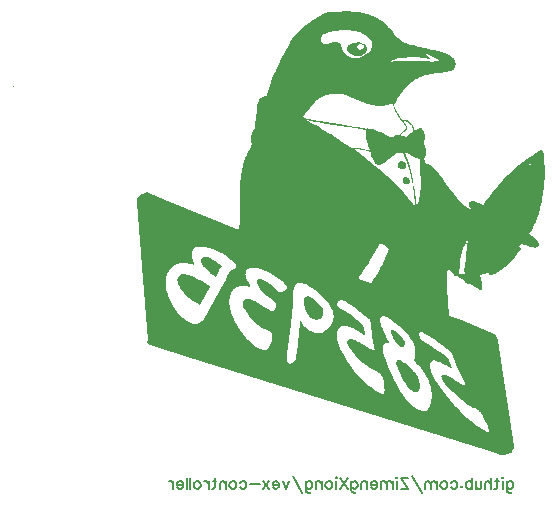
<source format=gbo>
G04 Layer: BottomSilkscreenLayer*
G04 EasyEDA v6.5.46, 2025-05-31 14:15:50*
G04 75a4abc2973e463bb7fec089d6695cdc,10*
G04 Gerber Generator version 0.2*
G04 Scale: 100 percent, Rotated: No, Reflected: No *
G04 Dimensions in millimeters *
G04 leading zeros omitted , absolute positions ,4 integer and 5 decimal *
%FSLAX45Y45*%
%MOMM*%

%ADD10C,0.2032*%

%LPD*%
G36*
X2607056Y-688746D02*
G01*
X2472334Y-690067D01*
X2449068Y-692912D01*
X2437587Y-694791D01*
X2432050Y-696061D01*
X2426868Y-696874D01*
X2419858Y-696976D01*
X2376525Y-713486D01*
X2359304Y-721106D01*
X2347214Y-727100D01*
X2327351Y-737920D01*
X2308352Y-748995D01*
X2287828Y-761898D01*
X2274112Y-770940D01*
X2254961Y-784402D01*
X2234438Y-799439D01*
X2214626Y-814832D01*
X2197150Y-829208D01*
X2189276Y-836269D01*
X2169058Y-855624D01*
X2136952Y-888288D01*
X2124202Y-905510D01*
X2115312Y-918514D01*
X2109673Y-927506D01*
X2106463Y-933094D01*
X2358390Y-933094D01*
X2358542Y-923391D01*
X2359355Y-916533D01*
X2359914Y-913536D01*
X2362047Y-906881D01*
X2365044Y-899718D01*
X2368753Y-892149D01*
X2381097Y-880059D01*
X2407107Y-870407D01*
X2421585Y-866140D01*
X2438654Y-861872D01*
X2457500Y-857707D01*
X2468778Y-855522D01*
X2488031Y-852474D01*
X2525369Y-847394D01*
X2589834Y-846226D01*
X2609900Y-848156D01*
X2624785Y-850087D01*
X2638298Y-852322D01*
X2654808Y-855776D01*
X2669844Y-859536D01*
X2691790Y-866190D01*
X2704592Y-871219D01*
X2717546Y-876909D01*
X2730652Y-883919D01*
X2737713Y-888085D01*
X2757170Y-900937D01*
X2777591Y-921664D01*
X2783027Y-930808D01*
X2787700Y-939952D01*
X2791358Y-949198D01*
X2794254Y-958545D01*
X2794406Y-980236D01*
X2790596Y-992835D01*
X2786532Y-1002588D01*
X2779166Y-1017016D01*
X2757170Y-1040231D01*
X2740202Y-1052220D01*
X2726893Y-1060399D01*
X2720797Y-1063802D01*
X2708402Y-1069848D01*
X2697480Y-1074521D01*
X2692552Y-1076198D01*
X2679801Y-1079703D01*
X2659634Y-1083919D01*
X2645867Y-1083767D01*
X2635300Y-1082700D01*
X2630474Y-1081887D01*
X2620568Y-1079550D01*
X2611475Y-1076858D01*
X2602941Y-1073302D01*
X2594305Y-1068984D01*
X2585872Y-1063599D01*
X2577896Y-1057706D01*
X2570886Y-1051204D01*
X2564688Y-1044600D01*
X2559253Y-1037386D01*
X2554020Y-1029462D01*
X2548890Y-1021080D01*
X2538476Y-993902D01*
X2532329Y-979373D01*
X2525674Y-966419D01*
X2512974Y-954684D01*
X2496718Y-947064D01*
X2460853Y-947318D01*
X2431389Y-956716D01*
X2415489Y-961136D01*
X2410307Y-962304D01*
X2401163Y-963879D01*
X2390444Y-962304D01*
X2382977Y-960272D01*
X2373122Y-956208D01*
X2362809Y-945642D01*
X2358390Y-933094D01*
X2106463Y-933094D01*
X2094890Y-954024D01*
X2046020Y-1045718D01*
X2022195Y-1091285D01*
X2008936Y-1118158D01*
X2940964Y-1118158D01*
X2946908Y-1113790D01*
X2955239Y-1108506D01*
X2965805Y-1102360D01*
X2978302Y-1096162D01*
X2983738Y-1093876D01*
X2995015Y-1089964D01*
X3006039Y-1086764D01*
X3017316Y-1084427D01*
X3029102Y-1082548D01*
X3045561Y-1080414D01*
X3067812Y-1078687D01*
X3092450Y-1077874D01*
X3135071Y-1077518D01*
X3177997Y-1077925D01*
X3188665Y-1078433D01*
X3205429Y-1079754D01*
X3221075Y-1081430D01*
X3237839Y-1083614D01*
X3250946Y-1085646D01*
X3262680Y-1087932D01*
X3274415Y-1090930D01*
X3276498Y-1090117D01*
X3278378Y-1088694D01*
X3280105Y-1086459D01*
X3281629Y-1083564D01*
X3273298Y-1071778D01*
X3249218Y-1050391D01*
X3240836Y-1042212D01*
X3240125Y-1040993D01*
X3245612Y-1042720D01*
X3256229Y-1046784D01*
X3272282Y-1053795D01*
X3290620Y-1062431D01*
X3309569Y-1072286D01*
X3326841Y-1082090D01*
X3341420Y-1091184D01*
X3353866Y-1099464D01*
X3363569Y-1106728D01*
X3364229Y-1107541D01*
X3357778Y-1108100D01*
X3325876Y-1109878D01*
X3314242Y-1111097D01*
X3304336Y-1112875D01*
X3297631Y-1114298D01*
X3271520Y-1110996D01*
X3252876Y-1109065D01*
X3230778Y-1107389D01*
X3207308Y-1106170D01*
X3191256Y-1105662D01*
X3145282Y-1105052D01*
X3085033Y-1104950D01*
X3053537Y-1105255D01*
X3032099Y-1105763D01*
X3008680Y-1107338D01*
X2988716Y-1109726D01*
X2974441Y-1111656D01*
X2959201Y-1114247D01*
X2940964Y-1118158D01*
X2008936Y-1118158D01*
X1986584Y-1165606D01*
X1974748Y-1191666D01*
X1963521Y-1217269D01*
X1955038Y-1237335D01*
X1947468Y-1257096D01*
X1939543Y-1279347D01*
X1934565Y-1294993D01*
X1905609Y-1392529D01*
X1903933Y-1397152D01*
X1901799Y-1401419D01*
X1900936Y-1402588D01*
X1899107Y-1404416D01*
X1880463Y-1404569D01*
X1864258Y-1410766D01*
X1845716Y-1424838D01*
X1838198Y-1435303D01*
X1833575Y-1443177D01*
X1828342Y-1454404D01*
X1821129Y-1492707D01*
X1817979Y-1511808D01*
X1815896Y-1528368D01*
X1810612Y-1585417D01*
X2203602Y-1585417D01*
X2225802Y-1557274D01*
X2265984Y-1504594D01*
X2284780Y-1480921D01*
X2291181Y-1473301D01*
X2305456Y-1457502D01*
X2312212Y-1450543D01*
X2321052Y-1442161D01*
X2334310Y-1430832D01*
X2351938Y-1417624D01*
X2386330Y-1400759D01*
X2404414Y-1395679D01*
X2416606Y-1392631D01*
X2426716Y-1390548D01*
X2438552Y-1388618D01*
X2450084Y-1387246D01*
X2467305Y-1386128D01*
X2496718Y-1385112D01*
X2517190Y-1386992D01*
X2531313Y-1388922D01*
X2543403Y-1391107D01*
X2558846Y-1394663D01*
X2574086Y-1398778D01*
X2592832Y-1404772D01*
X2605836Y-1409598D01*
X2632354Y-1420672D01*
X2689555Y-1446225D01*
X2708148Y-1454150D01*
X2721660Y-1459382D01*
X2734157Y-1463852D01*
X2749804Y-1468678D01*
X2764586Y-1472590D01*
X2781198Y-1476451D01*
X2795371Y-1479245D01*
X2811424Y-1482039D01*
X2833471Y-1485290D01*
X2885338Y-1487068D01*
X2905963Y-1484274D01*
X2919882Y-1481531D01*
X2925622Y-1480007D01*
X2937052Y-1476095D01*
X2942894Y-1473708D01*
X2952343Y-1469034D01*
X2964586Y-1461820D01*
X2971647Y-1456385D01*
X2979521Y-1449476D01*
X2987954Y-1441500D01*
X2984855Y-1447190D01*
X2980588Y-1453946D01*
X2971800Y-1466850D01*
X2968599Y-1478737D01*
X2973222Y-1500276D01*
X2988259Y-1531721D01*
X3031642Y-1596491D01*
X3047238Y-1619199D01*
X3058261Y-1634845D01*
X3064154Y-1642719D01*
X3070809Y-1652270D01*
X3072485Y-1655013D01*
X3074466Y-1659737D01*
X3076194Y-1664970D01*
X3077768Y-1670608D01*
X3074568Y-1680921D01*
X3072079Y-1686356D01*
X3070961Y-1688084D01*
X3066034Y-1692554D01*
X3052876Y-1702866D01*
X3042412Y-1712010D01*
X3029204Y-1725269D01*
X3023412Y-1738528D01*
X2989580Y-1738579D01*
X2987772Y-1739341D01*
X3033420Y-1739341D01*
X3038906Y-1727911D01*
X3048304Y-1720189D01*
X3060446Y-1709369D01*
X3068218Y-1702816D01*
X3080969Y-1692706D01*
X3086354Y-1680819D01*
X3086404Y-1663039D01*
X3080715Y-1647850D01*
X3064814Y-1626870D01*
X3058718Y-1618284D01*
X3057804Y-1616710D01*
X3057906Y-1616303D01*
X3058871Y-1615744D01*
X3061106Y-1615948D01*
X3067659Y-1617472D01*
X3076803Y-1620012D01*
X3088030Y-1624177D01*
X3103524Y-1631442D01*
X3116021Y-1643176D01*
X3122980Y-1650847D01*
X3125368Y-1653946D01*
X3129686Y-1660245D01*
X3136493Y-1680819D01*
X3138220Y-1706625D01*
X3120694Y-1718411D01*
X3107080Y-1728470D01*
X3095142Y-1738020D01*
X3085185Y-1746605D01*
X3082188Y-1749450D01*
X3077260Y-1754632D01*
X3069437Y-1747164D01*
X3055518Y-1743405D01*
X3045917Y-1741474D01*
X3034080Y-1739646D01*
X3033420Y-1739341D01*
X2987772Y-1739341D01*
X2979216Y-1742897D01*
X2977489Y-1751025D01*
X2980131Y-1760220D01*
X2964535Y-1754479D01*
X2949905Y-1748536D01*
X2928518Y-1739087D01*
X2883560Y-1718360D01*
X2863545Y-1709521D01*
X2852928Y-1705203D01*
X2836468Y-1699158D01*
X2821838Y-1694230D01*
X2797657Y-1687271D01*
X2782214Y-1683715D01*
X2767177Y-1680819D01*
X2752496Y-1678381D01*
X2738882Y-1680210D01*
X2730754Y-1679143D01*
X2646375Y-1665173D01*
X2522067Y-1645107D01*
X2388920Y-1624177D01*
X2363165Y-1619758D01*
X2339797Y-1615490D01*
X2296820Y-1606854D01*
X2244953Y-1595374D01*
X2223617Y-1590446D01*
X2203602Y-1585417D01*
X1810612Y-1585417D01*
X1809729Y-1594408D01*
X2196592Y-1594256D01*
X2244242Y-1605381D01*
X2274265Y-1612138D01*
X2315260Y-1620774D01*
X2340660Y-1625701D01*
X2368499Y-1630680D01*
X2413762Y-1638096D01*
X2523998Y-1655419D01*
X2653741Y-1676349D01*
X2727452Y-1688642D01*
X2737561Y-1693722D01*
X2737662Y-1743862D01*
X2741371Y-1764944D01*
X2744622Y-1780641D01*
X2748076Y-1794611D01*
X2752750Y-1810664D01*
X2754985Y-1817674D01*
X2760218Y-1831644D01*
X2763113Y-1838502D01*
X2768244Y-1848967D01*
X2776270Y-1863293D01*
X2777794Y-1866646D01*
X2777845Y-1867357D01*
X2775966Y-1867154D01*
X2764637Y-1864410D01*
X2741777Y-1858213D01*
X2721000Y-1853133D01*
X2707944Y-1850339D01*
X2689555Y-1846935D01*
X2666847Y-1843481D01*
X2635707Y-1843633D01*
X2627122Y-1847392D01*
X2617571Y-1842414D01*
X2610358Y-1837994D01*
X2603144Y-1833168D01*
X2538323Y-1792732D01*
X2499309Y-1767636D01*
X2441752Y-1729841D01*
X2417064Y-1713941D01*
X2394051Y-1699412D01*
X2375662Y-1688134D01*
X2331618Y-1662430D01*
X2313990Y-1652524D01*
X2290775Y-1640179D01*
X2270252Y-1629613D01*
X2248916Y-1619351D01*
X2195169Y-1594612D01*
X2195068Y-1594408D01*
X1809729Y-1594408D01*
X1803704Y-1650746D01*
X1798472Y-1671624D01*
X1794967Y-1683105D01*
X1793544Y-1686915D01*
X1768093Y-1741017D01*
X1762252Y-1765401D01*
X1762201Y-1781352D01*
X1772157Y-1809902D01*
X1769160Y-1822246D01*
X1766824Y-1829816D01*
X1764995Y-1834489D01*
X1754008Y-1855927D01*
X2639161Y-1855927D01*
X2642870Y-1853539D01*
X2663444Y-1853895D01*
X2675686Y-1854657D01*
X2684678Y-1855927D01*
X2707284Y-1860092D01*
X2731211Y-1865528D01*
X2759252Y-1872742D01*
X2771851Y-1876298D01*
X2780436Y-1878990D01*
X2782265Y-1892452D01*
X2783992Y-1902663D01*
X2786075Y-1912061D01*
X2789783Y-1923694D01*
X2796641Y-1940864D01*
X2806903Y-1956003D01*
X2810967Y-1961235D01*
X2815183Y-1966214D01*
X2819095Y-1970430D01*
X2827731Y-1979117D01*
X2846120Y-1989836D01*
X2860700Y-1986432D01*
X2877718Y-1977491D01*
X2892247Y-1968703D01*
X2902864Y-1961642D01*
X2920339Y-1949145D01*
X2936951Y-1936699D01*
X2953613Y-1923542D01*
X2969869Y-1910232D01*
X2983230Y-1898700D01*
X3001162Y-1882648D01*
X3013467Y-1886000D01*
X3063595Y-1886000D01*
X3075482Y-1880768D01*
X3090722Y-1890166D01*
X3105353Y-1898802D01*
X3119424Y-1906473D01*
X3133648Y-1913331D01*
X3148787Y-1919935D01*
X3162858Y-1925320D01*
X3174542Y-1929282D01*
X3196336Y-1935175D01*
X3198215Y-2029053D01*
X3205734Y-2120798D01*
X3203956Y-2173833D01*
X3198164Y-2227275D01*
X3195218Y-2250287D01*
X3191713Y-2272334D01*
X3187395Y-2295956D01*
X3182874Y-2317750D01*
X3178810Y-2335377D01*
X3172256Y-2360930D01*
X3169361Y-2359101D01*
X3171088Y-2354580D01*
X3162300Y-2288997D01*
X3150971Y-2207717D01*
X3142030Y-2145639D01*
X3136392Y-2108200D01*
X3132328Y-2085339D01*
X3128365Y-2064969D01*
X3124809Y-2049373D01*
X3119983Y-2030780D01*
X3114700Y-2013610D01*
X3109061Y-1996846D01*
X3100171Y-1973834D01*
X3066338Y-1890369D01*
X3064713Y-1887321D01*
X3063595Y-1886000D01*
X3013467Y-1886000D01*
X3015488Y-1886559D01*
X3053740Y-1888337D01*
X3072434Y-1932584D01*
X3085998Y-1965452D01*
X3097022Y-1993392D01*
X3101644Y-2006295D01*
X3107740Y-2024989D01*
X3111195Y-2036775D01*
X3116072Y-2055977D01*
X3120186Y-2074824D01*
X3124352Y-2097024D01*
X3127552Y-2115616D01*
X3134106Y-2159558D01*
X3156254Y-2317089D01*
X3159048Y-2341118D01*
X3159099Y-2343099D01*
X3158185Y-2342286D01*
X3153003Y-2335885D01*
X3141167Y-2320290D01*
X3126130Y-2301087D01*
X3096209Y-2264308D01*
X3084728Y-2250744D01*
X3065830Y-2229002D01*
X3033826Y-2193747D01*
X3018231Y-2177034D01*
X2999536Y-2157577D01*
X2979115Y-2136902D01*
X2935224Y-2093925D01*
X2917342Y-2082038D01*
X2898495Y-2063648D01*
X2882493Y-2048916D01*
X2874772Y-2042109D01*
X2864764Y-2033828D01*
X2850997Y-2023313D01*
X2841498Y-2016607D01*
X2835757Y-2012086D01*
X2832709Y-2008784D01*
X2817825Y-1996135D01*
X2711653Y-1909876D01*
X2694127Y-1895957D01*
X2675940Y-1881936D01*
X2665222Y-1873961D01*
X2652014Y-1864512D01*
X2639161Y-1855927D01*
X1754008Y-1855927D01*
X1741830Y-1879193D01*
X1729384Y-1904034D01*
X1724964Y-1913331D01*
X1717395Y-1931111D01*
X1713738Y-1940255D01*
X1710842Y-1948129D01*
X1705305Y-1965401D01*
X1700022Y-1983943D01*
X1695196Y-2003907D01*
X1690725Y-2024786D01*
X1687068Y-2044598D01*
X1684274Y-2062022D01*
X1682089Y-2079701D01*
X1679905Y-2100021D01*
X1676298Y-2142286D01*
X1669948Y-2234031D01*
X1669745Y-2474772D01*
X1663649Y-2520899D01*
X1661210Y-2536698D01*
X1078534Y-2299512D01*
X901750Y-2227783D01*
X882650Y-2220722D01*
X881227Y-2220417D01*
X879043Y-2220722D01*
X870610Y-2222957D01*
X859688Y-2226564D01*
X848360Y-2231085D01*
X844092Y-2233066D01*
X835558Y-2237943D01*
X826820Y-2243836D01*
X817981Y-2250338D01*
X809498Y-2261158D01*
X804418Y-2268524D01*
X798779Y-2277973D01*
X800760Y-2309622D01*
X850741Y-2953461D01*
X1044956Y-2953461D01*
X1049020Y-2935579D01*
X1052677Y-2922574D01*
X1056640Y-2911348D01*
X1059180Y-2905201D01*
X1064412Y-2894228D01*
X1070660Y-2883763D01*
X1077772Y-2873400D01*
X1085697Y-2863799D01*
X1090015Y-2859074D01*
X1093927Y-2855163D01*
X1102461Y-2847746D01*
X1107135Y-2844088D01*
X1115568Y-2838399D01*
X1125118Y-2832912D01*
X1129233Y-2830880D01*
X1133805Y-2828950D01*
X1146149Y-2824632D01*
X1166774Y-2818739D01*
X1224076Y-2818892D01*
X1247241Y-2823565D01*
X1264259Y-2827426D01*
X1287881Y-2833420D01*
X1287881Y-2832303D01*
X1286967Y-2829458D01*
X1281328Y-2814929D01*
X1276959Y-2802331D01*
X1272540Y-2787954D01*
X1268984Y-2774391D01*
X1265986Y-2761386D01*
X1265834Y-2725572D01*
X1272235Y-2709214D01*
X1285290Y-2694736D01*
X1303477Y-2684576D01*
X1331112Y-2678988D01*
X1344726Y-2679395D01*
X1358341Y-2680512D01*
X1382369Y-2683205D01*
X1403705Y-2688742D01*
X1419606Y-2693416D01*
X1433423Y-2698038D01*
X1447088Y-2702966D01*
X1458163Y-2707436D01*
X1475333Y-2715463D01*
X1493570Y-2724505D01*
X1508658Y-2732278D01*
X1516684Y-2736748D01*
X1543456Y-2752902D01*
X1568043Y-2768600D01*
X1583385Y-2779268D01*
X1598117Y-2790342D01*
X1604416Y-2795574D01*
X1617014Y-2807004D01*
X1621790Y-2811780D01*
X1631086Y-2821889D01*
X1637893Y-2835452D01*
X1638046Y-2848813D01*
X1632559Y-2857246D01*
X1627733Y-2862834D01*
X1625396Y-2865069D01*
X1622501Y-2867304D01*
X1614220Y-2872384D01*
X1605381Y-2876702D01*
X1596694Y-2880106D01*
X1587550Y-2882544D01*
X1585722Y-2888030D01*
X1578203Y-2905150D01*
X1567129Y-2928061D01*
X1551228Y-2960065D01*
X1527403Y-3006344D01*
X1507236Y-3043783D01*
X1444538Y-3157372D01*
X1582724Y-3157372D01*
X1583944Y-3128822D01*
X1584858Y-3115360D01*
X1585264Y-3111804D01*
X1589481Y-3094329D01*
X1593037Y-3082899D01*
X1596847Y-3072841D01*
X1601063Y-3064205D01*
X1605584Y-3056229D01*
X1610614Y-3049066D01*
X1616049Y-3042412D01*
X1622958Y-3036112D01*
X1627276Y-3032709D01*
X1641195Y-3023209D01*
X1653844Y-3019044D01*
X1663344Y-3016605D01*
X1676958Y-3013913D01*
X1715668Y-3013760D01*
X1731568Y-3016554D01*
X1754733Y-3021380D01*
X1761947Y-3022498D01*
X1763217Y-3022396D01*
X1763420Y-3021939D01*
X1763115Y-3020517D01*
X1761236Y-3017520D01*
X1755139Y-3006242D01*
X1746910Y-2990088D01*
X1738884Y-2973324D01*
X1733854Y-2961640D01*
X1728012Y-2946247D01*
X1725168Y-2936189D01*
X1722323Y-2924048D01*
X1719478Y-2910433D01*
X1720240Y-2900527D01*
X1721053Y-2894431D01*
X1722069Y-2889910D01*
X1723948Y-2884779D01*
X1725015Y-2882442D01*
X1726539Y-2879953D01*
X1728774Y-2877058D01*
X1734261Y-2871216D01*
X1740966Y-2865069D01*
X1746910Y-2862376D01*
X1753920Y-2860090D01*
X1762252Y-2858211D01*
X1771548Y-2856738D01*
X1789734Y-2857042D01*
X1798523Y-2857449D01*
X1803247Y-2858058D01*
X1822297Y-2861716D01*
X1834845Y-2864713D01*
X1845716Y-2867964D01*
X1858975Y-2872435D01*
X1871116Y-2877007D01*
X1883410Y-2882036D01*
X1890572Y-2885338D01*
X1907743Y-2894177D01*
X1929993Y-2906115D01*
X1956562Y-2921406D01*
X1979371Y-2935478D01*
X2001574Y-2950413D01*
X2676753Y-2950413D01*
X2677312Y-2949092D01*
X2682240Y-2941015D01*
X2708249Y-2901289D01*
X2733497Y-2862021D01*
X2761894Y-2816606D01*
X2777032Y-2791714D01*
X2790240Y-2769514D01*
X2814828Y-2726791D01*
X2825242Y-2707894D01*
X2840329Y-2679141D01*
X2855722Y-2648915D01*
X2857500Y-2648915D01*
X2861310Y-2650083D01*
X2867964Y-2653030D01*
X2879140Y-2658770D01*
X2893771Y-2666796D01*
X2908452Y-2675483D01*
X2919831Y-2682798D01*
X2928772Y-2689148D01*
X2928874Y-2693009D01*
X2929534Y-2694838D01*
X2931261Y-2696108D01*
X2929128Y-2707335D01*
X2925013Y-2723235D01*
X2919780Y-2738729D01*
X2912262Y-2758694D01*
X2902610Y-2781808D01*
X2892298Y-2804922D01*
X2881579Y-2827020D01*
X2870911Y-2847797D01*
X2860649Y-2866440D01*
X2850896Y-2883458D01*
X2841193Y-2899308D01*
X2831134Y-2914954D01*
X2820466Y-2930550D01*
X2809392Y-2946247D01*
X2797962Y-2961487D01*
X2786634Y-2976016D01*
X2778455Y-2985871D01*
X2774645Y-2989986D01*
X2676753Y-2950413D01*
X2001574Y-2950413D01*
X2008022Y-2954985D01*
X2017268Y-2961995D01*
X2030831Y-2973019D01*
X2041906Y-2982772D01*
X2047341Y-2988005D01*
X2056028Y-2997250D01*
X2061718Y-3004921D01*
X2063953Y-3008376D01*
X2065375Y-3011017D01*
X2067458Y-3016148D01*
X2067458Y-3027578D01*
X2062480Y-3042310D01*
X2047493Y-3057448D01*
X2030933Y-3065119D01*
X2009444Y-3065170D01*
X1999843Y-3060039D01*
X1992223Y-3055162D01*
X1984806Y-3049676D01*
X1975307Y-3041904D01*
X1965756Y-3033572D01*
X1925726Y-2996184D01*
X1915922Y-2987649D01*
X1904492Y-2978759D01*
X1887626Y-2967024D01*
X1872030Y-2960776D01*
X1861718Y-2957372D01*
X1853641Y-2955442D01*
X1845411Y-2954324D01*
X1835200Y-2954172D01*
X1825853Y-2958084D01*
X1820621Y-2966059D01*
X1819148Y-2984246D01*
X1823161Y-2996692D01*
X1827936Y-3007969D01*
X1833575Y-3019298D01*
X1840077Y-3030778D01*
X1842820Y-3035147D01*
X1849374Y-3044139D01*
X1856892Y-3053740D01*
X1865325Y-3063392D01*
X1874215Y-3072434D01*
X1882546Y-3080054D01*
X1889760Y-3086252D01*
X1902510Y-3095396D01*
X1952091Y-3129076D01*
X1970430Y-3146907D01*
X1978609Y-3164078D01*
X1978609Y-3179572D01*
X1974189Y-3194202D01*
X1969617Y-3206394D01*
X1966315Y-3212490D01*
X1962505Y-3218180D01*
X1958339Y-3223514D01*
X1947468Y-3226765D01*
X1941931Y-3225038D01*
X1938274Y-3223564D01*
X1925370Y-3217214D01*
X1913534Y-3210763D01*
X1892554Y-3198469D01*
X1849475Y-3171494D01*
X1829511Y-3159302D01*
X1814982Y-3150920D01*
X1798574Y-3142081D01*
X1791919Y-3138881D01*
X1777390Y-3132734D01*
X1771345Y-3130499D01*
X1759254Y-3127044D01*
X1753158Y-3125571D01*
X1737410Y-3122980D01*
X1719681Y-3124860D01*
X1705102Y-3131667D01*
X1697380Y-3143300D01*
X1695450Y-3161792D01*
X1698294Y-3175050D01*
X1701241Y-3184804D01*
X1702816Y-3189122D01*
X1707184Y-3198926D01*
X1712366Y-3209239D01*
X1719834Y-3221888D01*
X1729638Y-3237179D01*
X1739696Y-3251860D01*
X1747723Y-3262985D01*
X1755952Y-3273044D01*
X1782165Y-3302914D01*
X1788617Y-3309213D01*
X1798929Y-3318764D01*
X1812950Y-3330651D01*
X1828342Y-3342843D01*
X1844446Y-3354374D01*
X1860397Y-3364737D01*
X1875332Y-3373424D01*
X1889048Y-3380841D01*
X1901952Y-3386886D01*
X1925370Y-3396640D01*
X1932482Y-3400145D01*
X1937257Y-3403041D01*
X1941931Y-3410915D01*
X1944674Y-3417773D01*
X1947468Y-3428949D01*
X1945792Y-3456482D01*
X1941525Y-3475278D01*
X1937969Y-3488232D01*
X1934362Y-3498951D01*
X1929638Y-3510432D01*
X1927402Y-3515207D01*
X1922068Y-3524859D01*
X1916226Y-3533901D01*
X1910181Y-3541572D01*
X1907032Y-3545128D01*
X1904288Y-3547872D01*
X1898599Y-3552240D01*
X1895703Y-3554069D01*
X1887982Y-3557473D01*
X1873707Y-3557473D01*
X1847494Y-3548735D01*
X1826260Y-3537356D01*
X1812645Y-3529380D01*
X1802028Y-3522218D01*
X1788871Y-3512362D01*
X1779473Y-3504844D01*
X1763471Y-3490620D01*
X1755190Y-3482797D01*
X1739747Y-3467201D01*
X1724761Y-3451047D01*
X1712722Y-3436772D01*
X1699056Y-3419500D01*
X1686153Y-3402076D01*
X1671828Y-3381451D01*
X1659432Y-3362248D01*
X1647342Y-3342233D01*
X1632254Y-3314598D01*
X1626260Y-3302558D01*
X1618538Y-3285591D01*
X1612900Y-3272383D01*
X1604721Y-3251504D01*
X1601114Y-3241548D01*
X1596796Y-3228441D01*
X1591462Y-3209544D01*
X1588160Y-3194354D01*
X1585366Y-3178251D01*
X1582724Y-3157372D01*
X1444538Y-3157372D01*
X1428292Y-3185972D01*
X1400556Y-3236518D01*
X1372311Y-3288792D01*
X1354480Y-3306927D01*
X1337106Y-3318306D01*
X1324965Y-3325114D01*
X1308862Y-3332327D01*
X1289913Y-3335528D01*
X1279296Y-3332937D01*
X1268984Y-3329432D01*
X1257909Y-3324860D01*
X1244854Y-3318662D01*
X1233678Y-3312718D01*
X1222197Y-3305962D01*
X1212951Y-3299917D01*
X1194816Y-3286607D01*
X1181100Y-3274974D01*
X1166977Y-3261715D01*
X1160526Y-3255010D01*
X1147064Y-3239973D01*
X1141679Y-3233521D01*
X1131570Y-3220262D01*
X1122730Y-3207715D01*
X1114247Y-3194354D01*
X1105103Y-3179165D01*
X1095857Y-3162655D01*
X1087170Y-3146145D01*
X1079398Y-3129889D01*
X1072438Y-3113887D01*
X1067054Y-3100273D01*
X1063142Y-3089605D01*
X1059992Y-3079496D01*
X1056538Y-3067354D01*
X1053388Y-3054604D01*
X1050798Y-3043021D01*
X1045057Y-3009341D01*
X1044956Y-2953461D01*
X850741Y-2953461D01*
X890676Y-3466744D01*
X888187Y-3477768D01*
X889304Y-3483762D01*
X890016Y-3486556D01*
X892454Y-3493058D01*
X897331Y-3502202D01*
X909015Y-3510381D01*
X1281005Y-3627018D01*
X2071420Y-3627018D01*
X2072639Y-3597859D01*
X2073452Y-3584905D01*
X2100884Y-3337204D01*
X2109876Y-3252317D01*
X2118207Y-3169107D01*
X2119680Y-3147618D01*
X2122678Y-3087420D01*
X2124964Y-3048000D01*
X2128418Y-3034385D01*
X2131872Y-3024530D01*
X2138019Y-3011170D01*
X2148128Y-2999892D01*
X2167077Y-2989275D01*
X2201468Y-2988716D01*
X2210155Y-2990850D01*
X2218182Y-2993186D01*
X2226665Y-2996031D01*
X2236978Y-3000298D01*
X2246477Y-3004972D01*
X2258314Y-3011525D01*
X2269642Y-3018383D01*
X2283358Y-3027578D01*
X2296007Y-3036925D01*
X2310942Y-3048762D01*
X2330450Y-3065627D01*
X2354478Y-3087065D01*
X2378202Y-3108706D01*
X2396236Y-3125825D01*
X2411628Y-3142335D01*
X2418334Y-3150362D01*
X2426766Y-3161893D01*
X2430881Y-3167888D01*
X2439416Y-3181807D01*
X2447086Y-3195828D01*
X2453182Y-3209137D01*
X2457958Y-3221278D01*
X2461209Y-3232099D01*
X2463647Y-3242259D01*
X2464409Y-3247085D01*
X2465527Y-3259175D01*
X2466035Y-3277920D01*
X2463546Y-3291281D01*
X2460752Y-3301796D01*
X2459228Y-3306673D01*
X2454960Y-3317443D01*
X2449880Y-3328263D01*
X2443226Y-3339541D01*
X2435250Y-3351529D01*
X2426258Y-3363112D01*
X2421432Y-3368801D01*
X2417114Y-3373526D01*
X2412746Y-3377844D01*
X2402382Y-3386988D01*
X2387600Y-3398367D01*
X2374036Y-3404362D01*
X2364486Y-3407816D01*
X2360472Y-3408984D01*
X2351684Y-3410813D01*
X2342540Y-3412134D01*
X2333142Y-3413099D01*
X2307539Y-3409696D01*
X2278329Y-3398265D01*
X2264968Y-3390290D01*
X2258872Y-3386378D01*
X2245512Y-3376879D01*
X2239873Y-3372408D01*
X2228646Y-3362147D01*
X2222957Y-3356457D01*
X2218182Y-3351276D01*
X2209088Y-3340201D01*
X2201164Y-3329432D01*
X2194915Y-3319779D01*
X2186635Y-3306064D01*
X2185365Y-3304438D01*
X2184654Y-3303828D01*
X2184196Y-3304082D01*
X2183638Y-3305810D01*
X2181809Y-3329330D01*
X2173090Y-3422954D01*
X2491536Y-3422954D01*
X2491638Y-3410965D01*
X2493975Y-3401466D01*
X2496921Y-3392271D01*
X2500630Y-3383432D01*
X2504897Y-3374898D01*
X2520899Y-3359302D01*
X2538526Y-3351072D01*
X2557272Y-3349294D01*
X2581046Y-3352800D01*
X2605938Y-3361232D01*
X2620873Y-3366922D01*
X2631592Y-3371697D01*
X2644190Y-3377793D01*
X2656332Y-3384092D01*
X2671978Y-3392576D01*
X2686405Y-3400704D01*
X2699004Y-3408121D01*
X2724962Y-3424478D01*
X2730957Y-3427679D01*
X2732125Y-3427882D01*
X2732125Y-3425901D01*
X2730449Y-3414217D01*
X2716682Y-3340354D01*
X2705862Y-3330752D01*
X2692958Y-3320084D01*
X2663596Y-3296818D01*
X2645003Y-3282696D01*
X2627376Y-3269843D01*
X2601214Y-3252012D01*
X2587244Y-3242767D01*
X2563723Y-3227933D01*
X2544368Y-3216452D01*
X2532634Y-3209899D01*
X2514244Y-3200196D01*
X2499309Y-3185566D01*
X2495600Y-3170275D01*
X2497531Y-3154172D01*
X2502560Y-3145840D01*
X2506522Y-3140760D01*
X2510434Y-3137103D01*
X2515870Y-3133090D01*
X2524607Y-3127552D01*
X2537409Y-3127552D01*
X2556510Y-3137560D01*
X2567533Y-3143859D01*
X2595727Y-3162046D01*
X2614168Y-3174390D01*
X2635707Y-3189173D01*
X2670606Y-3214116D01*
X2692095Y-3230473D01*
X2733040Y-3263138D01*
X2767128Y-3291281D01*
X2862529Y-3291281D01*
X2870758Y-3276092D01*
X2878836Y-3270148D01*
X2900832Y-3269488D01*
X2908604Y-3271621D01*
X2912465Y-3272942D01*
X2922422Y-3277311D01*
X2932125Y-3282594D01*
X2942640Y-3288944D01*
X2951530Y-3294989D01*
X2964129Y-3304133D01*
X2976930Y-3313785D01*
X2989021Y-3323336D01*
X3020974Y-3349904D01*
X3043428Y-3369716D01*
X3069183Y-3394100D01*
X3083610Y-3409137D01*
X3090011Y-3416300D01*
X3102714Y-3432098D01*
X3192170Y-3432098D01*
X3192475Y-3417468D01*
X3198317Y-3404260D01*
X3204565Y-3399840D01*
X3213252Y-3399942D01*
X3230473Y-3409238D01*
X3242157Y-3416096D01*
X3250996Y-3421684D01*
X3256991Y-3425139D01*
X3258870Y-3425850D01*
X3260902Y-3427425D01*
X3264153Y-3430524D01*
X3269284Y-3433267D01*
X3276549Y-3437737D01*
X3338677Y-3479647D01*
X3359607Y-3494227D01*
X3382365Y-3510940D01*
X3400856Y-3525062D01*
X3423716Y-3542893D01*
X3452571Y-3565956D01*
X3455466Y-3568750D01*
X3458362Y-3571951D01*
X3461613Y-3576523D01*
X3465525Y-3582568D01*
X3471722Y-3594049D01*
X3473856Y-3599586D01*
X3479596Y-3616807D01*
X3484118Y-3628440D01*
X3493719Y-3650640D01*
X3505962Y-3677869D01*
X3543147Y-3762451D01*
X3580028Y-3838600D01*
X3581603Y-3843578D01*
X3582111Y-3846118D01*
X3582263Y-3852570D01*
X3577488Y-3855262D01*
X3570986Y-3853027D01*
X3561486Y-3848709D01*
X3547922Y-3841496D01*
X3527602Y-3829964D01*
X3504184Y-3816096D01*
X3469792Y-3794963D01*
X3457600Y-3787800D01*
X3436315Y-3776522D01*
X3420008Y-3768140D01*
X3398012Y-3762501D01*
X3389934Y-3763822D01*
X3385565Y-3764991D01*
X3384194Y-3765550D01*
X3383026Y-3766362D01*
X3380587Y-3769156D01*
X3377539Y-3774846D01*
X3380638Y-3789679D01*
X3382314Y-3795725D01*
X3385565Y-3801008D01*
X3390747Y-3810762D01*
X3394151Y-3816350D01*
X3403904Y-3829456D01*
X3412134Y-3839972D01*
X3429965Y-3861104D01*
X3442258Y-3874262D01*
X3461562Y-3894023D01*
X3478682Y-3911041D01*
X3500221Y-3931665D01*
X3514902Y-3945280D01*
X3535019Y-3962958D01*
X3552190Y-3977436D01*
X3567429Y-3989476D01*
X3583025Y-4001109D01*
X3596538Y-4010761D01*
X3607003Y-4017924D01*
X3624935Y-4029201D01*
X3635959Y-4035602D01*
X3648913Y-4042664D01*
X3662832Y-4049572D01*
X3686962Y-4060647D01*
X3691585Y-4063187D01*
X3694836Y-4065270D01*
X3700373Y-4070197D01*
X3705555Y-4075937D01*
X3712057Y-4083964D01*
X3715207Y-4088485D01*
X3726383Y-4106367D01*
X3730193Y-4112818D01*
X3742791Y-4137660D01*
X3750818Y-4154322D01*
X3758285Y-4171238D01*
X3760927Y-4176318D01*
X3772154Y-4207408D01*
X3775252Y-4217365D01*
X3777843Y-4227220D01*
X3779418Y-4235754D01*
X3780078Y-4242511D01*
X3780078Y-4248048D01*
X3776827Y-4251198D01*
X3774897Y-4252366D01*
X3774186Y-4252569D01*
X3770376Y-4251147D01*
X3763162Y-4247794D01*
X3753002Y-4242409D01*
X3742080Y-4236110D01*
X3719169Y-4221886D01*
X3694074Y-4205427D01*
X3678580Y-4194505D01*
X3660394Y-4181144D01*
X3643884Y-4168597D01*
X3632454Y-4159554D01*
X3610254Y-4140860D01*
X3595471Y-4128008D01*
X3580129Y-4114292D01*
X3560978Y-4096156D01*
X3537102Y-4072737D01*
X3514699Y-4050080D01*
X3499104Y-4033875D01*
X3484930Y-4018076D01*
X3460800Y-3990289D01*
X3447338Y-3974236D01*
X3418382Y-3938676D01*
X3390188Y-3901440D01*
X3366922Y-3869182D01*
X3338728Y-3826865D01*
X3326892Y-3807206D01*
X3317849Y-3791508D01*
X3309823Y-3776421D01*
X3300628Y-3757422D01*
X3292348Y-3737254D01*
X3289960Y-3730904D01*
X3287674Y-3723182D01*
X3281476Y-3697579D01*
X3282442Y-3672840D01*
X3288436Y-3657295D01*
X3299002Y-3646474D01*
X3314242Y-3643274D01*
X3331565Y-3646830D01*
X3343554Y-3650030D01*
X3353257Y-3653282D01*
X3361639Y-3656380D01*
X3367887Y-3659022D01*
X3392779Y-3670960D01*
X3416858Y-3683609D01*
X3439972Y-3696817D01*
X3459327Y-3708552D01*
X3474059Y-3718051D01*
X3474618Y-3716426D01*
X3474415Y-3715004D01*
X3471976Y-3708704D01*
X3430473Y-3621278D01*
X3388207Y-3588867D01*
X3367024Y-3573018D01*
X3349548Y-3560622D01*
X3327247Y-3545535D01*
X3289452Y-3520440D01*
X3264255Y-3505555D01*
X3222345Y-3481476D01*
X3216605Y-3477514D01*
X3212592Y-3474008D01*
X3208375Y-3469436D01*
X3204870Y-3464814D01*
X3199739Y-3456686D01*
X3198368Y-3453790D01*
X3195523Y-3445764D01*
X3192170Y-3432098D01*
X3102714Y-3432098D01*
X3107588Y-3438448D01*
X3110890Y-3443782D01*
X3115919Y-3450285D01*
X3120948Y-3457905D01*
X3129737Y-3472230D01*
X3137052Y-3486556D01*
X3144113Y-3501593D01*
X3148685Y-3512921D01*
X3149904Y-3516629D01*
X3153054Y-3528720D01*
X3158134Y-3552037D01*
X3158185Y-3577031D01*
X3157321Y-3597401D01*
X3155696Y-3608476D01*
X3153105Y-3620312D01*
X3150158Y-3630625D01*
X3147568Y-3637940D01*
X3145282Y-3643172D01*
X3163214Y-3661714D01*
X3184245Y-3684574D01*
X3193135Y-3694531D01*
X3206648Y-3710838D01*
X3221990Y-3731006D01*
X3232099Y-3745433D01*
X3239566Y-3756863D01*
X3245510Y-3766413D01*
X3249320Y-3773017D01*
X3264662Y-3802684D01*
X3270554Y-3814927D01*
X3277006Y-3832148D01*
X3280156Y-3841292D01*
X3282950Y-3850335D01*
X3286353Y-3863340D01*
X3289452Y-3876700D01*
X3292144Y-3891229D01*
X3293668Y-3902252D01*
X3294684Y-3911447D01*
X3295142Y-3917797D01*
X3295599Y-3947007D01*
X3295192Y-3962654D01*
X3294379Y-3973068D01*
X3292856Y-3985666D01*
X3289909Y-4005326D01*
X3281070Y-4033113D01*
X3266287Y-4055516D01*
X3248456Y-4067454D01*
X3231896Y-4070908D01*
X3218891Y-4069537D01*
X3209747Y-4067860D01*
X3201974Y-4065676D01*
X3193338Y-4062628D01*
X3185566Y-4059377D01*
X3174898Y-4054043D01*
X3163722Y-4047693D01*
X3150006Y-4038701D01*
X3130143Y-4024071D01*
X3087166Y-3980992D01*
X3068878Y-3957370D01*
X3054502Y-3937863D01*
X3042716Y-3920896D01*
X3030626Y-3902201D01*
X3017875Y-3881272D01*
X3009900Y-3867708D01*
X3000705Y-3851148D01*
X2993237Y-3837127D01*
X2979775Y-3810457D01*
X2959709Y-3769106D01*
X2928772Y-3701135D01*
X2914853Y-3667556D01*
X2905302Y-3643884D01*
X2891586Y-3604056D01*
X2882849Y-3562807D01*
X2881223Y-3537762D01*
X2884424Y-3517137D01*
X2891282Y-3503574D01*
X2899257Y-3498189D01*
X2904490Y-3495294D01*
X2910890Y-3492652D01*
X2933090Y-3492296D01*
X2933090Y-3491331D01*
X2930601Y-3485642D01*
X2916885Y-3457854D01*
X2905252Y-3433165D01*
X2891891Y-3403092D01*
X2875178Y-3362451D01*
X2870098Y-3348482D01*
X2867507Y-3339795D01*
X2865018Y-3330346D01*
X2862681Y-3320287D01*
X2862529Y-3291281D01*
X2767128Y-3291281D01*
X2770987Y-3294532D01*
X2777134Y-3306978D01*
X2780182Y-3314954D01*
X2781554Y-3320643D01*
X2781858Y-3324707D01*
X2781401Y-3327044D01*
X2780995Y-3333699D01*
X2781046Y-3343249D01*
X2781858Y-3353358D01*
X2784754Y-3372053D01*
X2787853Y-3394760D01*
X2790291Y-3410559D01*
X2791358Y-3420059D01*
X2793949Y-3437229D01*
X2800604Y-3485286D01*
X2801975Y-3492550D01*
X2804972Y-3505149D01*
X2811373Y-3529431D01*
X2811983Y-3551478D01*
X2806547Y-3557473D01*
X2798673Y-3557473D01*
X2781554Y-3549294D01*
X2771698Y-3544265D01*
X2720035Y-3513124D01*
X2684424Y-3491382D01*
X2672892Y-3484727D01*
X2660497Y-3477971D01*
X2650439Y-3472942D01*
X2638145Y-3467862D01*
X2619502Y-3461461D01*
X2596997Y-3461461D01*
X2587040Y-3466490D01*
X2580538Y-3476244D01*
X2580690Y-3485438D01*
X2581808Y-3493008D01*
X2582621Y-3496614D01*
X2583840Y-3500526D01*
X2587752Y-3510229D01*
X2589936Y-3514851D01*
X2596134Y-3525926D01*
X2603804Y-3538067D01*
X2612237Y-3550158D01*
X2620416Y-3561079D01*
X2648661Y-3594811D01*
X2658008Y-3605225D01*
X2679395Y-3627780D01*
X2689250Y-3637686D01*
X2709773Y-3657295D01*
X2718358Y-3665118D01*
X2728163Y-3673500D01*
X2741930Y-3684574D01*
X2752699Y-3692702D01*
X2763774Y-3700729D01*
X2773070Y-3707129D01*
X2792628Y-3719474D01*
X2808071Y-3728161D01*
X2824124Y-3736289D01*
X2837992Y-3742639D01*
X2848406Y-3747008D01*
X2856230Y-3749954D01*
X2869539Y-3763264D01*
X2876702Y-3778453D01*
X2880207Y-3786428D01*
X2882188Y-3791864D01*
X2885287Y-3802532D01*
X2888894Y-3816096D01*
X2892044Y-3830980D01*
X2895447Y-3852062D01*
X2896260Y-3864356D01*
X2897632Y-3895140D01*
X2894990Y-3910228D01*
X2893009Y-3917899D01*
X2892145Y-3920185D01*
X2890164Y-3923334D01*
X2888081Y-3925671D01*
X2885846Y-3927500D01*
X2875991Y-3927500D01*
X2862478Y-3920134D01*
X2840634Y-3907282D01*
X2826004Y-3898036D01*
X2806496Y-3884929D01*
X2787294Y-3871163D01*
X2768295Y-3856532D01*
X2746502Y-3838701D01*
X2737053Y-3830574D01*
X2715056Y-3810508D01*
X2704642Y-3800551D01*
X2686405Y-3781958D01*
X2668473Y-3762705D01*
X2654706Y-3746804D01*
X2641142Y-3730548D01*
X2624378Y-3709314D01*
X2610053Y-3689858D01*
X2601671Y-3678123D01*
X2592222Y-3664356D01*
X2579624Y-3644900D01*
X2562504Y-3616706D01*
X2561691Y-3614775D01*
X2553462Y-3601110D01*
X2539441Y-3574491D01*
X2523490Y-3542487D01*
X2510891Y-3513074D01*
X2504389Y-3493871D01*
X2498852Y-3476142D01*
X2496159Y-3466490D01*
X2494635Y-3458667D01*
X2493060Y-3447846D01*
X2491994Y-3435248D01*
X2491536Y-3422954D01*
X2173090Y-3422954D01*
X2166772Y-3486200D01*
X2162911Y-3520236D01*
X2158796Y-3553815D01*
X2155342Y-3579368D01*
X2151481Y-3603802D01*
X2149856Y-3612489D01*
X2147925Y-3619957D01*
X2144776Y-3628999D01*
X2143302Y-3632250D01*
X2138984Y-3639413D01*
X2133092Y-3647897D01*
X2126030Y-3657346D01*
X2116328Y-3664661D01*
X2110638Y-3668217D01*
X2108555Y-3669182D01*
X2106523Y-3669792D01*
X2101189Y-3670604D01*
X2092502Y-3670706D01*
X2082038Y-3663594D01*
X2074722Y-3648506D01*
X2071420Y-3627018D01*
X1281005Y-3627018D01*
X3836466Y-4428794D01*
X3871417Y-4440224D01*
X3878986Y-4443171D01*
X3912615Y-4443120D01*
X3945890Y-4436364D01*
X3955440Y-4430572D01*
X3962450Y-4425442D01*
X3965549Y-4422902D01*
X3972051Y-4416196D01*
X3978401Y-4408271D01*
X3986987Y-4394555D01*
X3993845Y-4381144D01*
X3993896Y-4374134D01*
X3993083Y-4366006D01*
X3857091Y-3480562D01*
X3854297Y-3464560D01*
X3852164Y-3458718D01*
X3850741Y-3455771D01*
X3847846Y-3450996D01*
X3845610Y-3445916D01*
X3844442Y-3441598D01*
X3842664Y-3436569D01*
X3841597Y-3434232D01*
X3838397Y-3429355D01*
X3834282Y-3424631D01*
X3829507Y-3420059D01*
X3809695Y-3411575D01*
X3527044Y-3296412D01*
X3449828Y-3265220D01*
X3445154Y-3263646D01*
X3442208Y-3246374D01*
X3439820Y-3227070D01*
X3435502Y-3181451D01*
X3434181Y-3170732D01*
X3433368Y-3158896D01*
X3433114Y-3147669D01*
X3432403Y-3134664D01*
X3430066Y-3108553D01*
X3427018Y-3063494D01*
X3426307Y-3049320D01*
X3425545Y-3021177D01*
X3425444Y-2983738D01*
X3426053Y-2953969D01*
X3426460Y-2942691D01*
X3428136Y-2914751D01*
X3431794Y-2869539D01*
X3470249Y-2897276D01*
X3478123Y-2903372D01*
X3486041Y-2910078D01*
X3530498Y-2910078D01*
X3533546Y-2836926D01*
X3539744Y-2792069D01*
X3543554Y-2768447D01*
X3546094Y-2755036D01*
X3550310Y-2735935D01*
X3554323Y-2720644D01*
X3559556Y-2703779D01*
X3564737Y-2689199D01*
X3571341Y-2672537D01*
X3575558Y-2662682D01*
X3583432Y-2645816D01*
X3594963Y-2621940D01*
X3623513Y-2564688D01*
X3633114Y-2546197D01*
X3641547Y-2531211D01*
X3643376Y-2528519D01*
X3631234Y-2558694D01*
X3621278Y-2584399D01*
X3613302Y-2606700D01*
X3607409Y-2625902D01*
X3602532Y-2643987D01*
X3598468Y-2662936D01*
X3594658Y-2684119D01*
X3591204Y-2707792D01*
X3588105Y-2732735D01*
X3582974Y-2784348D01*
X3578555Y-2831642D01*
X3573373Y-2883509D01*
X3576421Y-2905150D01*
X3577285Y-2908808D01*
X3561486Y-2912770D01*
X3533698Y-2913329D01*
X3530498Y-2910078D01*
X3486041Y-2910078D01*
X3486454Y-2910433D01*
X3481984Y-2921050D01*
X3483711Y-2925470D01*
X3489045Y-2925470D01*
X3494328Y-2917088D01*
X3496411Y-2918155D01*
X3504234Y-2923895D01*
X3514090Y-2929686D01*
X3525012Y-2935224D01*
X3537305Y-2942183D01*
X3553256Y-2952648D01*
X3574034Y-2973476D01*
X3580028Y-2983890D01*
X3583330Y-2988716D01*
X3584397Y-2989935D01*
X3586378Y-2991612D01*
X3600551Y-2993694D01*
X3614470Y-2996590D01*
X3624173Y-2999638D01*
X3635298Y-3003854D01*
X3646220Y-3008680D01*
X3655364Y-3013252D01*
X3664610Y-3018891D01*
X3675684Y-3026105D01*
X3686657Y-3034131D01*
X3691788Y-3038195D01*
X3703370Y-3048762D01*
X3714038Y-3048762D01*
X3716883Y-3045663D01*
X3718204Y-3043885D01*
X3721100Y-3038348D01*
X3724859Y-3027934D01*
X3724706Y-2989275D01*
X3719982Y-2971698D01*
X3716680Y-2960624D01*
X3713734Y-2951988D01*
X3702100Y-2924098D01*
X3701846Y-2922981D01*
X3739134Y-2911246D01*
X3761486Y-2903626D01*
X3786632Y-2893974D01*
X3786784Y-2897022D01*
X3785412Y-2914802D01*
X3793185Y-2924048D01*
X3797503Y-2923844D01*
X3802938Y-2922270D01*
X3810101Y-2919323D01*
X3821785Y-2913532D01*
X3827983Y-2910230D01*
X3843020Y-2901442D01*
X3858869Y-2891485D01*
X3879494Y-2877312D01*
X3887622Y-2871470D01*
X3898239Y-2863443D01*
X3913530Y-2851302D01*
X3922826Y-2843428D01*
X3939895Y-2827629D01*
X3958488Y-2809443D01*
X3977436Y-2789885D01*
X3985361Y-2781350D01*
X3999737Y-2764688D01*
X4019702Y-2740812D01*
X4050080Y-2703372D01*
X4052824Y-2699613D01*
X4054906Y-2695702D01*
X4055211Y-2694432D01*
X4055211Y-2692196D01*
X4047744Y-2685796D01*
X4042003Y-2681884D01*
X4037177Y-2679192D01*
X4034180Y-2677210D01*
X4033723Y-2676652D01*
X4036364Y-2672740D01*
X4042664Y-2664561D01*
X4049471Y-2656636D01*
X4051909Y-2654198D01*
X4053281Y-2653284D01*
X4057294Y-2654452D01*
X4077157Y-2662275D01*
X4093159Y-2668219D01*
X4111193Y-2674366D01*
X4128414Y-2679750D01*
X4143705Y-2683611D01*
X4157065Y-2686202D01*
X4169156Y-2687828D01*
X4183887Y-2685999D01*
X4195064Y-2678734D01*
X4202125Y-2668473D01*
X4202125Y-2646730D01*
X4197197Y-2637180D01*
X4192168Y-2629763D01*
X4189526Y-2626309D01*
X4181754Y-2617978D01*
X4176826Y-2613101D01*
X4169257Y-2606243D01*
X4153966Y-2593695D01*
X4145330Y-2586990D01*
X4121861Y-2569362D01*
X4144162Y-2536393D01*
X4163009Y-2498191D01*
X4175658Y-2471166D01*
X4180433Y-2460244D01*
X4187088Y-2442972D01*
X4194352Y-2422702D01*
X4200652Y-2403754D01*
X4206697Y-2384653D01*
X4211472Y-2367788D01*
X4217162Y-2346452D01*
X4222597Y-2323795D01*
X4228642Y-2296109D01*
X4233824Y-2268626D01*
X4238955Y-2237181D01*
X4242612Y-2210765D01*
X4245356Y-2188768D01*
X4249674Y-2143709D01*
X4250639Y-2130348D01*
X4251553Y-2108352D01*
X4252010Y-2081580D01*
X4252214Y-2049932D01*
X4252163Y-2018080D01*
X4251248Y-1967179D01*
X4249724Y-1943404D01*
X4248404Y-1931924D01*
X4247489Y-1921662D01*
X4245864Y-1907539D01*
X4243933Y-1894230D01*
X4241596Y-1881022D01*
X4238447Y-1866442D01*
X4231030Y-1860651D01*
X4225950Y-1862226D01*
X4218279Y-1865579D01*
X4207408Y-1870811D01*
X4189882Y-1880412D01*
X4175709Y-1888642D01*
X4143298Y-1908911D01*
X4121962Y-1922983D01*
X4103065Y-1936089D01*
X4084980Y-1948992D01*
X4066590Y-1962759D01*
X4036435Y-1986534D01*
X4121353Y-1986534D01*
X4122013Y-1984705D01*
X4123588Y-1982927D01*
X4126280Y-1981250D01*
X4131056Y-1979625D01*
X4132478Y-1980285D01*
X4134154Y-1981911D01*
X4136034Y-1984197D01*
X4133646Y-1987600D01*
X4130751Y-1989632D01*
X4125163Y-1991766D01*
X4121353Y-1986534D01*
X4036435Y-1986534D01*
X4021074Y-1999335D01*
X4001465Y-2016150D01*
X3982669Y-2032863D01*
X3959555Y-2054250D01*
X3942791Y-2070303D01*
X3920236Y-2092807D01*
X3899814Y-2113991D01*
X3868318Y-2148128D01*
X3855465Y-2162657D01*
X3837990Y-2183130D01*
X3823004Y-2201164D01*
X3804869Y-2224227D01*
X3786378Y-2248560D01*
X3766616Y-2275687D01*
X3757676Y-2288286D01*
X3737610Y-2317445D01*
X3732631Y-2330450D01*
X3694277Y-2311146D01*
X3671062Y-2300071D01*
X3663492Y-2296769D01*
X3653586Y-2293467D01*
X3631082Y-2293467D01*
X3619398Y-2298141D01*
X3615436Y-2305812D01*
X3613200Y-2309164D01*
X3612387Y-2309977D01*
X3610965Y-2310841D01*
X3610965Y-2321712D01*
X3615385Y-2334107D01*
X3620515Y-2345334D01*
X3630117Y-2363774D01*
X3645662Y-2384094D01*
X3654856Y-2395728D01*
X3664661Y-2407412D01*
X3602126Y-2352141D01*
X3580282Y-2333447D01*
X3542893Y-2302459D01*
X3511143Y-2269845D01*
X3482136Y-2233269D01*
X3445865Y-2186025D01*
X3418128Y-2148789D01*
X3388614Y-2108606D01*
X3354324Y-2061159D01*
X3326485Y-2022093D01*
X3302508Y-1996846D01*
X3284931Y-1985314D01*
X3266694Y-1979625D01*
X3250133Y-1979625D01*
X3238550Y-1953818D01*
X3233115Y-1941220D01*
X3229813Y-1932228D01*
X3234690Y-1925878D01*
X3236772Y-1922830D01*
X3238957Y-1919122D01*
X3242411Y-1911807D01*
X3244900Y-1903831D01*
X3246882Y-1895398D01*
X3248456Y-1886712D01*
X3248507Y-1856892D01*
X3245307Y-1842160D01*
X3242614Y-1833118D01*
X3241294Y-1829714D01*
X3237534Y-1822551D01*
X3232607Y-1814677D01*
X3226866Y-1806244D01*
X3226866Y-1802841D01*
X3227933Y-1797557D01*
X3233775Y-1780032D01*
X3236417Y-1770532D01*
X3238601Y-1761083D01*
X3238652Y-1736699D01*
X3234893Y-1721256D01*
X3231438Y-1710385D01*
X3227679Y-1701292D01*
X3222752Y-1691843D01*
X3218027Y-1684680D01*
X3212947Y-1678584D01*
X3210864Y-1676552D01*
X3206851Y-1673758D01*
X3203295Y-1672132D01*
X3199993Y-1671269D01*
X3188512Y-1676298D01*
X3179064Y-1681022D01*
X3170021Y-1686102D01*
X3160318Y-1691995D01*
X3148177Y-1699971D01*
X3145332Y-1676755D01*
X3143300Y-1668322D01*
X3142030Y-1664563D01*
X3140506Y-1660855D01*
X3136239Y-1652524D01*
X3134106Y-1648917D01*
X3129127Y-1641398D01*
X3110077Y-1623923D01*
X3084271Y-1611630D01*
X3070606Y-1608429D01*
X3063290Y-1607210D01*
X3058972Y-1606905D01*
X3054553Y-1606092D01*
X3048457Y-1604010D01*
X2996488Y-1526032D01*
X2988157Y-1509217D01*
X2983484Y-1498346D01*
X2978962Y-1485290D01*
X2978962Y-1474724D01*
X2984347Y-1465427D01*
X2990037Y-1456690D01*
X3014370Y-1414678D01*
X3019145Y-1407109D01*
X3025343Y-1398168D01*
X3031744Y-1387957D01*
X3037433Y-1377950D01*
X3044240Y-1367231D01*
X3049117Y-1360728D01*
X3061512Y-1346809D01*
X3077718Y-1329944D01*
X3096260Y-1311910D01*
X3104642Y-1304239D01*
X3115106Y-1295349D01*
X3130753Y-1283004D01*
X3143961Y-1273505D01*
X3158490Y-1263802D01*
X3170529Y-1256385D01*
X3182924Y-1249375D01*
X3192729Y-1244396D01*
X3203702Y-1239469D01*
X3213557Y-1235608D01*
X3225596Y-1231849D01*
X3231184Y-1230325D01*
X3247136Y-1227175D01*
X3336036Y-1213256D01*
X3381756Y-1206804D01*
X3402584Y-1203147D01*
X3422904Y-1198930D01*
X3436365Y-1195730D01*
X3453231Y-1191107D01*
X3459022Y-1189228D01*
X3469284Y-1185011D01*
X3478885Y-1180287D01*
X3488029Y-1175207D01*
X3493922Y-1162354D01*
X3497326Y-1152245D01*
X3500831Y-1137259D01*
X3494735Y-1109218D01*
X3486454Y-1093622D01*
X3483762Y-1089202D01*
X3481171Y-1085443D01*
X3479037Y-1082903D01*
X3476447Y-1080566D01*
X3467608Y-1073912D01*
X3456482Y-1066546D01*
X3441446Y-1057706D01*
X3427120Y-1050188D01*
X3412439Y-1043279D01*
X3401161Y-1038707D01*
X3387394Y-1033678D01*
X3373831Y-1029106D01*
X3355898Y-1023924D01*
X3342640Y-1020521D01*
X3330448Y-1017879D01*
X3300222Y-1012139D01*
X3269183Y-1006652D01*
X3239770Y-1001064D01*
X3228949Y-998728D01*
X3198825Y-991362D01*
X3182213Y-987094D01*
X3142234Y-976020D01*
X3116427Y-968552D01*
X3097530Y-962507D01*
X3081985Y-957071D01*
X3069336Y-951737D01*
X3057296Y-946048D01*
X3045968Y-939495D01*
X3034944Y-932281D01*
X3024479Y-924306D01*
X3014573Y-916076D01*
X3004261Y-906018D01*
X2992831Y-893673D01*
X2978302Y-876300D01*
X2956204Y-848664D01*
X2937967Y-826312D01*
X2930194Y-817118D01*
X2921152Y-807059D01*
X2908706Y-794410D01*
X2903728Y-789838D01*
X2893669Y-781456D01*
X2883662Y-773684D01*
X2872994Y-766318D01*
X2861411Y-759053D01*
X2848203Y-751586D01*
X2833471Y-743915D01*
X2818333Y-736650D01*
X2804109Y-730250D01*
X2789834Y-724408D01*
X2774696Y-718566D01*
X2758897Y-712927D01*
X2742946Y-707745D01*
X2726486Y-703275D01*
X2709265Y-699262D01*
X2691333Y-696061D01*
X2672994Y-693369D01*
X2652877Y-691388D01*
X2630678Y-689914D01*
G37*
G36*
X2684424Y-950772D02*
G01*
X2645765Y-951890D01*
X2625852Y-957173D01*
X2611882Y-961491D01*
X2600858Y-965504D01*
X2592679Y-969213D01*
X2590596Y-970483D01*
X2589174Y-972058D01*
X2585364Y-977798D01*
X2579116Y-989634D01*
X2579116Y-992936D01*
X2666339Y-992936D01*
X2667508Y-979830D01*
X2674162Y-970787D01*
X2685999Y-964793D01*
X2691028Y-962558D01*
X2692095Y-962304D01*
X2695905Y-963168D01*
X2700426Y-964692D01*
X2707386Y-967435D01*
X2714752Y-970940D01*
X2720492Y-974445D01*
X2725064Y-977849D01*
X2726944Y-986536D01*
X2719628Y-999083D01*
X2706573Y-1007719D01*
X2692654Y-1011021D01*
X2684576Y-1008735D01*
X2679141Y-1006398D01*
X2676906Y-1005128D01*
X2674874Y-1003655D01*
X2670810Y-999642D01*
X2669286Y-997610D01*
X2666339Y-992936D01*
X2579116Y-992936D01*
X2579116Y-1009040D01*
X2589072Y-1028953D01*
X2608884Y-1048664D01*
X2627071Y-1059688D01*
X2645765Y-1065580D01*
X2675839Y-1067104D01*
X2700223Y-1062482D01*
X2724099Y-1050696D01*
X2740609Y-1034186D01*
X2748940Y-1017269D01*
X2749956Y-995426D01*
X2745536Y-986028D01*
X2741218Y-979474D01*
X2738932Y-976680D01*
X2736291Y-974039D01*
X2729382Y-968197D01*
X2725928Y-965708D01*
X2717698Y-961034D01*
X2708757Y-957021D01*
X2699867Y-954125D01*
X2695498Y-952906D01*
G37*
G36*
X-239826Y-1321612D02*
G01*
X-246278Y-1322527D01*
X-246278Y-1328216D01*
X-240995Y-1329283D01*
X-238048Y-1326337D01*
G37*
G36*
X3049879Y-1955139D02*
G01*
X3029305Y-1956054D01*
X3017113Y-1964588D01*
X3010458Y-1977237D01*
X3010509Y-1996135D01*
X3014573Y-2004618D01*
X3018383Y-2010460D01*
X3024936Y-2018131D01*
X3039719Y-2025497D01*
X3057855Y-2025497D01*
X3068929Y-2019858D01*
X3077413Y-2009546D01*
X3079699Y-2001672D01*
X3080562Y-1996490D01*
X3080715Y-1994407D01*
X3080054Y-1989328D01*
X3078530Y-1982978D01*
X3076397Y-1975764D01*
X3064306Y-1961997D01*
G37*
G36*
X2915005Y-2075637D02*
G01*
X2914599Y-2075789D01*
X2914446Y-2076196D01*
X2915208Y-2077161D01*
X2919476Y-2080666D01*
X2916682Y-2077161D01*
G37*
G36*
X3078734Y-2086305D02*
G01*
X3072942Y-2086559D01*
X3066796Y-2087676D01*
X3061970Y-2089302D01*
X3060141Y-2090470D01*
X3058160Y-2092147D01*
X3054654Y-2096007D01*
X3051352Y-2100681D01*
X3050286Y-2119833D01*
X3055315Y-2135022D01*
X3069945Y-2149551D01*
X3078530Y-2151989D01*
X3084169Y-2152904D01*
X3091230Y-2153056D01*
X3103524Y-2147112D01*
X3110077Y-2136546D01*
X3110026Y-2117902D01*
X3104438Y-2106726D01*
X3100628Y-2100580D01*
X3099054Y-2098548D01*
X3095244Y-2094890D01*
X3090722Y-2091182D01*
X3086354Y-2088286D01*
X3084372Y-2087219D01*
X3082848Y-2086660D01*
G37*
G36*
X1376629Y-2765247D02*
G01*
X1368958Y-2765907D01*
X1357376Y-2768142D01*
X1345438Y-2780538D01*
X1341932Y-2796286D01*
X1345336Y-2813812D01*
X1350264Y-2823413D01*
X1355953Y-2833166D01*
X1362710Y-2843072D01*
X1370228Y-2853131D01*
X1398879Y-2881833D01*
X1418894Y-2900832D01*
X1426819Y-2907842D01*
X1435404Y-2914599D01*
X1448155Y-2923895D01*
X1458264Y-2930753D01*
X1466088Y-2935528D01*
X1467916Y-2933090D01*
X1484325Y-2904388D01*
X1507947Y-2862427D01*
X1517142Y-2845612D01*
X1497939Y-2829204D01*
X1485544Y-2818942D01*
X1475892Y-2811272D01*
X1464818Y-2803194D01*
X1454759Y-2796489D01*
X1442923Y-2789224D01*
X1432356Y-2783281D01*
X1420672Y-2777388D01*
X1415694Y-2775102D01*
X1405483Y-2771190D01*
X1400200Y-2769412D01*
X1391412Y-2767126D01*
X1382877Y-2765653D01*
X1379677Y-2765298D01*
G37*
G36*
X1212646Y-2914142D02*
G01*
X1178052Y-2915005D01*
X1161034Y-2922778D01*
X1153160Y-2930550D01*
X1148740Y-2936290D01*
X1147216Y-2938830D01*
X1144828Y-2944977D01*
X1142949Y-2952140D01*
X1141526Y-2960014D01*
X1146251Y-2983230D01*
X1151128Y-2994863D01*
X1157224Y-3007410D01*
X1164996Y-3021279D01*
X1169416Y-3028391D01*
X1180846Y-3045104D01*
X1189126Y-3056331D01*
X1202232Y-3072739D01*
X1208633Y-3080308D01*
X1214272Y-3086608D01*
X1228242Y-3100882D01*
X1235303Y-3107537D01*
X1244752Y-3115868D01*
X1257401Y-3126435D01*
X1266901Y-3133648D01*
X1278940Y-3142081D01*
X1291336Y-3150057D01*
X1308303Y-3159709D01*
X1335481Y-3173679D01*
X1337360Y-3171393D01*
X1343355Y-3160928D01*
X1421434Y-3018637D01*
X1420723Y-3016859D01*
X1418437Y-3014878D01*
X1404416Y-3005429D01*
X1376680Y-2988259D01*
X1353312Y-2974340D01*
X1333550Y-2963265D01*
X1310386Y-2951073D01*
X1289558Y-2940862D01*
X1270101Y-2932074D01*
X1259636Y-2927908D01*
X1244650Y-2922676D01*
X1227429Y-2917698D01*
G37*
G36*
X2236520Y-3100324D02*
G01*
X2228850Y-3103676D01*
X2224227Y-3106521D01*
X2222449Y-3107944D01*
X2219198Y-3112058D01*
X2217572Y-3114751D01*
X2213406Y-3123996D01*
X2213660Y-3136747D01*
X2214422Y-3147060D01*
X2215845Y-3157728D01*
X2218893Y-3174288D01*
X2222652Y-3191814D01*
X2227021Y-3208578D01*
X2228799Y-3214471D01*
X2232710Y-3224936D01*
X2236673Y-3234537D01*
X2238857Y-3239008D01*
X2245258Y-3250234D01*
X2256637Y-3267760D01*
X2276652Y-3286251D01*
X2296109Y-3296462D01*
X2315159Y-3299968D01*
X2327402Y-3297326D01*
X2336444Y-3294278D01*
X2349093Y-3288436D01*
X2366314Y-3271570D01*
X2373884Y-3255822D01*
X2377338Y-3232404D01*
X2372563Y-3208832D01*
X2365400Y-3194964D01*
X2359660Y-3185718D01*
X2356916Y-3181959D01*
X2353259Y-3177641D01*
X2341168Y-3164789D01*
X2330602Y-3154375D01*
X2314092Y-3139186D01*
X2306421Y-3132480D01*
X2296922Y-3124758D01*
X2284171Y-3115208D01*
X2279294Y-3111957D01*
X2274976Y-3109366D01*
X2265832Y-3104692D01*
X2254504Y-3100425D01*
G37*
G36*
X2957982Y-3384092D02*
G01*
X2953105Y-3387699D01*
X2951581Y-3395929D01*
X2954121Y-3407867D01*
X2956560Y-3417112D01*
X2959608Y-3426104D01*
X2965145Y-3438702D01*
X2971393Y-3451148D01*
X2977540Y-3462578D01*
X2981553Y-3469487D01*
X2985109Y-3474770D01*
X2987395Y-3477666D01*
X2988767Y-3480155D01*
X2989072Y-3481832D01*
X2989732Y-3482848D01*
X2990748Y-3483203D01*
X2992221Y-3484930D01*
X2993796Y-3487826D01*
X2996793Y-3492246D01*
X3000908Y-3497224D01*
X3008934Y-3505657D01*
X3024530Y-3521049D01*
X3039872Y-3528822D01*
X3051911Y-3528822D01*
X3062528Y-3519525D01*
X3068320Y-3506622D01*
X3067964Y-3485794D01*
X3063544Y-3474161D01*
X3059938Y-3466337D01*
X3056788Y-3460496D01*
X3054299Y-3456533D01*
X3044088Y-3444290D01*
X3035706Y-3435146D01*
X3026359Y-3425901D01*
X3014116Y-3414776D01*
X3002686Y-3405124D01*
X2991662Y-3396742D01*
X2987598Y-3393948D01*
X2980385Y-3389833D01*
X2973984Y-3386683D01*
X2971342Y-3385718D01*
X2965551Y-3384397D01*
G37*
G36*
X3011779Y-3637737D02*
G01*
X3006191Y-3640734D01*
X3002788Y-3643274D01*
X2999028Y-3647287D01*
X2995777Y-3663238D01*
X3000197Y-3688994D01*
X3018536Y-3734308D01*
X3024632Y-3747719D01*
X3034893Y-3768699D01*
X3046526Y-3791813D01*
X3055213Y-3808425D01*
X3062681Y-3821684D01*
X3067913Y-3830065D01*
X3075432Y-3841445D01*
X3083509Y-3852976D01*
X3089706Y-3861003D01*
X3097631Y-3870502D01*
X3105607Y-3879291D01*
X3115513Y-3888638D01*
X3120085Y-3892448D01*
X3124758Y-3895902D01*
X3135477Y-3902811D01*
X3140151Y-3905402D01*
X3150209Y-3910482D01*
X3167380Y-3910634D01*
X3174034Y-3906926D01*
X3178911Y-3903167D01*
X3185769Y-3896461D01*
X3191510Y-3883863D01*
X3194405Y-3875176D01*
X3195320Y-3871518D01*
X3196336Y-3862679D01*
X3196793Y-3852316D01*
X3196793Y-3840886D01*
X3191510Y-3817670D01*
X3188868Y-3808069D01*
X3187141Y-3804665D01*
X3186074Y-3799890D01*
X3184448Y-3795623D01*
X3176371Y-3778910D01*
X3170377Y-3768090D01*
X3164078Y-3758133D01*
X3154070Y-3744518D01*
X3148380Y-3738118D01*
X3139541Y-3728770D01*
X3128568Y-3717696D01*
X3117748Y-3707231D01*
X3095650Y-3687165D01*
X3084474Y-3677513D01*
X3073552Y-3668471D01*
X3063849Y-3660901D01*
X3055620Y-3654856D01*
X3048457Y-3650081D01*
X3041345Y-3645712D01*
X3034588Y-3642258D01*
X3028442Y-3639769D01*
X3022752Y-3638448D01*
X3017215Y-3637838D01*
G37*
D10*
X3933253Y-4668009D02*
G01*
X3933253Y-4740737D01*
X3937800Y-4754371D01*
X3942346Y-4758918D01*
X3951437Y-4763462D01*
X3965072Y-4763462D01*
X3974162Y-4758918D01*
X3933253Y-4681646D02*
G01*
X3942346Y-4672553D01*
X3951437Y-4668009D01*
X3965072Y-4668009D01*
X3974162Y-4672553D01*
X3983253Y-4681646D01*
X3987800Y-4695281D01*
X3987800Y-4704372D01*
X3983253Y-4718009D01*
X3974162Y-4727100D01*
X3965072Y-4731646D01*
X3951437Y-4731646D01*
X3942346Y-4727100D01*
X3933253Y-4718009D01*
X3903253Y-4636190D02*
G01*
X3898709Y-4640737D01*
X3894162Y-4636190D01*
X3898709Y-4631646D01*
X3903253Y-4636190D01*
X3898709Y-4668009D02*
G01*
X3898709Y-4731646D01*
X3850528Y-4636190D02*
G01*
X3850528Y-4713462D01*
X3845981Y-4727100D01*
X3836890Y-4731646D01*
X3827800Y-4731646D01*
X3864162Y-4668009D02*
G01*
X3832346Y-4668009D01*
X3797800Y-4636190D02*
G01*
X3797800Y-4731646D01*
X3797800Y-4686190D02*
G01*
X3784163Y-4672553D01*
X3775072Y-4668009D01*
X3761437Y-4668009D01*
X3752347Y-4672553D01*
X3747800Y-4686190D01*
X3747800Y-4731646D01*
X3717800Y-4668009D02*
G01*
X3717800Y-4713462D01*
X3713253Y-4727100D01*
X3704163Y-4731646D01*
X3690528Y-4731646D01*
X3681437Y-4727100D01*
X3667800Y-4713462D01*
X3667800Y-4668009D02*
G01*
X3667800Y-4731646D01*
X3637800Y-4636190D02*
G01*
X3637800Y-4731646D01*
X3637800Y-4681646D02*
G01*
X3628710Y-4672553D01*
X3619619Y-4668009D01*
X3605982Y-4668009D01*
X3596891Y-4672553D01*
X3587800Y-4681646D01*
X3583254Y-4695281D01*
X3583254Y-4704372D01*
X3587800Y-4718009D01*
X3596891Y-4727100D01*
X3605982Y-4731646D01*
X3619619Y-4731646D01*
X3628710Y-4727100D01*
X3637800Y-4718009D01*
X3548710Y-4708918D02*
G01*
X3553254Y-4713462D01*
X3548710Y-4718009D01*
X3544163Y-4713462D01*
X3548710Y-4708918D01*
X3459619Y-4681646D02*
G01*
X3468710Y-4672553D01*
X3477801Y-4668009D01*
X3491438Y-4668009D01*
X3500528Y-4672553D01*
X3509619Y-4681646D01*
X3514163Y-4695281D01*
X3514163Y-4704372D01*
X3509619Y-4718009D01*
X3500528Y-4727100D01*
X3491438Y-4731646D01*
X3477801Y-4731646D01*
X3468710Y-4727100D01*
X3459619Y-4718009D01*
X3406891Y-4668009D02*
G01*
X3415982Y-4672553D01*
X3425073Y-4681646D01*
X3429619Y-4695281D01*
X3429619Y-4704372D01*
X3425073Y-4718009D01*
X3415982Y-4727100D01*
X3406891Y-4731646D01*
X3393254Y-4731646D01*
X3384163Y-4727100D01*
X3375073Y-4718009D01*
X3370529Y-4704372D01*
X3370529Y-4695281D01*
X3375073Y-4681646D01*
X3384163Y-4672553D01*
X3393254Y-4668009D01*
X3406891Y-4668009D01*
X3340529Y-4668009D02*
G01*
X3340529Y-4731646D01*
X3340529Y-4686190D02*
G01*
X3326891Y-4672553D01*
X3317801Y-4668009D01*
X3304164Y-4668009D01*
X3295073Y-4672553D01*
X3290529Y-4686190D01*
X3290529Y-4731646D01*
X3290529Y-4686190D02*
G01*
X3276892Y-4672553D01*
X3267801Y-4668009D01*
X3254164Y-4668009D01*
X3245073Y-4672553D01*
X3240529Y-4686190D01*
X3240529Y-4731646D01*
X3128711Y-4618009D02*
G01*
X3210529Y-4763462D01*
X3035073Y-4636190D02*
G01*
X3098711Y-4731646D01*
X3098711Y-4636190D02*
G01*
X3035073Y-4636190D01*
X3098711Y-4731646D02*
G01*
X3035073Y-4731646D01*
X3005074Y-4636190D02*
G01*
X3000529Y-4640737D01*
X2995983Y-4636190D01*
X3000529Y-4631646D01*
X3005074Y-4636190D01*
X3000529Y-4668009D02*
G01*
X3000529Y-4731646D01*
X2965983Y-4668009D02*
G01*
X2965983Y-4731646D01*
X2965983Y-4686190D02*
G01*
X2952348Y-4672553D01*
X2943255Y-4668009D01*
X2929620Y-4668009D01*
X2920530Y-4672553D01*
X2915983Y-4686190D01*
X2915983Y-4731646D01*
X2915983Y-4686190D02*
G01*
X2902348Y-4672553D01*
X2893255Y-4668009D01*
X2879620Y-4668009D01*
X2870530Y-4672553D01*
X2865983Y-4686190D01*
X2865983Y-4731646D01*
X2835983Y-4695281D02*
G01*
X2781439Y-4695281D01*
X2781439Y-4686190D01*
X2785983Y-4677100D01*
X2790530Y-4672553D01*
X2799621Y-4668009D01*
X2813255Y-4668009D01*
X2822348Y-4672553D01*
X2831439Y-4681646D01*
X2835983Y-4695281D01*
X2835983Y-4704372D01*
X2831439Y-4718009D01*
X2822348Y-4727100D01*
X2813255Y-4731646D01*
X2799621Y-4731646D01*
X2790530Y-4727100D01*
X2781439Y-4718009D01*
X2751439Y-4668009D02*
G01*
X2751439Y-4731646D01*
X2751439Y-4686190D02*
G01*
X2737802Y-4672553D01*
X2728711Y-4668009D01*
X2715074Y-4668009D01*
X2705983Y-4672553D01*
X2701439Y-4686190D01*
X2701439Y-4731646D01*
X2616893Y-4668009D02*
G01*
X2616893Y-4740737D01*
X2621440Y-4754371D01*
X2625984Y-4758918D01*
X2635074Y-4763462D01*
X2648711Y-4763462D01*
X2657802Y-4758918D01*
X2616893Y-4681646D02*
G01*
X2625984Y-4672553D01*
X2635074Y-4668009D01*
X2648711Y-4668009D01*
X2657802Y-4672553D01*
X2666893Y-4681646D01*
X2671439Y-4695281D01*
X2671439Y-4704372D01*
X2666893Y-4718009D01*
X2657802Y-4727100D01*
X2648711Y-4731646D01*
X2635074Y-4731646D01*
X2625984Y-4727100D01*
X2616893Y-4718009D01*
X2586893Y-4636190D02*
G01*
X2523256Y-4731646D01*
X2523256Y-4636190D02*
G01*
X2586893Y-4731646D01*
X2493256Y-4636190D02*
G01*
X2488712Y-4640737D01*
X2484165Y-4636190D01*
X2488712Y-4631646D01*
X2493256Y-4636190D01*
X2488712Y-4668009D02*
G01*
X2488712Y-4731646D01*
X2431440Y-4668009D02*
G01*
X2440531Y-4672553D01*
X2449621Y-4681646D01*
X2454165Y-4695281D01*
X2454165Y-4704372D01*
X2449621Y-4718009D01*
X2440531Y-4727100D01*
X2431440Y-4731646D01*
X2417803Y-4731646D01*
X2408712Y-4727100D01*
X2399621Y-4718009D01*
X2395075Y-4704372D01*
X2395075Y-4695281D01*
X2399621Y-4681646D01*
X2408712Y-4672553D01*
X2417803Y-4668009D01*
X2431440Y-4668009D01*
X2365075Y-4668009D02*
G01*
X2365075Y-4731646D01*
X2365075Y-4686190D02*
G01*
X2351440Y-4672553D01*
X2342349Y-4668009D01*
X2328712Y-4668009D01*
X2319621Y-4672553D01*
X2315075Y-4686190D01*
X2315075Y-4731646D01*
X2230531Y-4668009D02*
G01*
X2230531Y-4740737D01*
X2235075Y-4754371D01*
X2239622Y-4758918D01*
X2248712Y-4763462D01*
X2262350Y-4763462D01*
X2271440Y-4758918D01*
X2230531Y-4681646D02*
G01*
X2239622Y-4672553D01*
X2248712Y-4668009D01*
X2262350Y-4668009D01*
X2271440Y-4672553D01*
X2280531Y-4681646D01*
X2285075Y-4695281D01*
X2285075Y-4704372D01*
X2280531Y-4718009D01*
X2271440Y-4727100D01*
X2262350Y-4731646D01*
X2248712Y-4731646D01*
X2239622Y-4727100D01*
X2230531Y-4718009D01*
X2118713Y-4618009D02*
G01*
X2200531Y-4763462D01*
X2088713Y-4668009D02*
G01*
X2061441Y-4731646D01*
X2034166Y-4668009D02*
G01*
X2061441Y-4731646D01*
X2004166Y-4695281D02*
G01*
X1949622Y-4695281D01*
X1949622Y-4686190D01*
X1954166Y-4677100D01*
X1958713Y-4672553D01*
X1967804Y-4668009D01*
X1981441Y-4668009D01*
X1990531Y-4672553D01*
X1999622Y-4681646D01*
X2004166Y-4695281D01*
X2004166Y-4704372D01*
X1999622Y-4718009D01*
X1990531Y-4727100D01*
X1981441Y-4731646D01*
X1967804Y-4731646D01*
X1958713Y-4727100D01*
X1949622Y-4718009D01*
X1919622Y-4668009D02*
G01*
X1869622Y-4731646D01*
X1869622Y-4668009D02*
G01*
X1919622Y-4731646D01*
X1839622Y-4690737D02*
G01*
X1757804Y-4690737D01*
X1673258Y-4681646D02*
G01*
X1682351Y-4672553D01*
X1691441Y-4668009D01*
X1705076Y-4668009D01*
X1714167Y-4672553D01*
X1723257Y-4681646D01*
X1727804Y-4695281D01*
X1727804Y-4704372D01*
X1723257Y-4718009D01*
X1714167Y-4727100D01*
X1705076Y-4731646D01*
X1691441Y-4731646D01*
X1682351Y-4727100D01*
X1673258Y-4718009D01*
X1620532Y-4668009D02*
G01*
X1629623Y-4672553D01*
X1638714Y-4681646D01*
X1643258Y-4695281D01*
X1643258Y-4704372D01*
X1638714Y-4718009D01*
X1629623Y-4727100D01*
X1620532Y-4731646D01*
X1606895Y-4731646D01*
X1597804Y-4727100D01*
X1588714Y-4718009D01*
X1584167Y-4704372D01*
X1584167Y-4695281D01*
X1588714Y-4681646D01*
X1597804Y-4672553D01*
X1606895Y-4668009D01*
X1620532Y-4668009D01*
X1554167Y-4668009D02*
G01*
X1554167Y-4731646D01*
X1554167Y-4686190D02*
G01*
X1540532Y-4672553D01*
X1531442Y-4668009D01*
X1517804Y-4668009D01*
X1508714Y-4672553D01*
X1504167Y-4686190D01*
X1504167Y-4731646D01*
X1460533Y-4636190D02*
G01*
X1460533Y-4713462D01*
X1455986Y-4727100D01*
X1446895Y-4731646D01*
X1437805Y-4731646D01*
X1474167Y-4668009D02*
G01*
X1442351Y-4668009D01*
X1407805Y-4668009D02*
G01*
X1407805Y-4731646D01*
X1407805Y-4695281D02*
G01*
X1403258Y-4681646D01*
X1394167Y-4672553D01*
X1385077Y-4668009D01*
X1371442Y-4668009D01*
X1318714Y-4668009D02*
G01*
X1327805Y-4672553D01*
X1336895Y-4681646D01*
X1341442Y-4695281D01*
X1341442Y-4704372D01*
X1336895Y-4718009D01*
X1327805Y-4727100D01*
X1318714Y-4731646D01*
X1305077Y-4731646D01*
X1295986Y-4727100D01*
X1286896Y-4718009D01*
X1282352Y-4704372D01*
X1282352Y-4695281D01*
X1286896Y-4681646D01*
X1295986Y-4672553D01*
X1305077Y-4668009D01*
X1318714Y-4668009D01*
X1252352Y-4636190D02*
G01*
X1252352Y-4731646D01*
X1222352Y-4636190D02*
G01*
X1222352Y-4731646D01*
X1192352Y-4695281D02*
G01*
X1137805Y-4695281D01*
X1137805Y-4686190D01*
X1142352Y-4677100D01*
X1146896Y-4672553D01*
X1155987Y-4668009D01*
X1169624Y-4668009D01*
X1178714Y-4672553D01*
X1187805Y-4681646D01*
X1192352Y-4695281D01*
X1192352Y-4704372D01*
X1187805Y-4718009D01*
X1178714Y-4727100D01*
X1169624Y-4731646D01*
X1155987Y-4731646D01*
X1146896Y-4727100D01*
X1137805Y-4718009D01*
X1107805Y-4668009D02*
G01*
X1107805Y-4731646D01*
X1107805Y-4695281D02*
G01*
X1103259Y-4681646D01*
X1094168Y-4672553D01*
X1085077Y-4668009D01*
X1071443Y-4668009D01*
M02*

</source>
